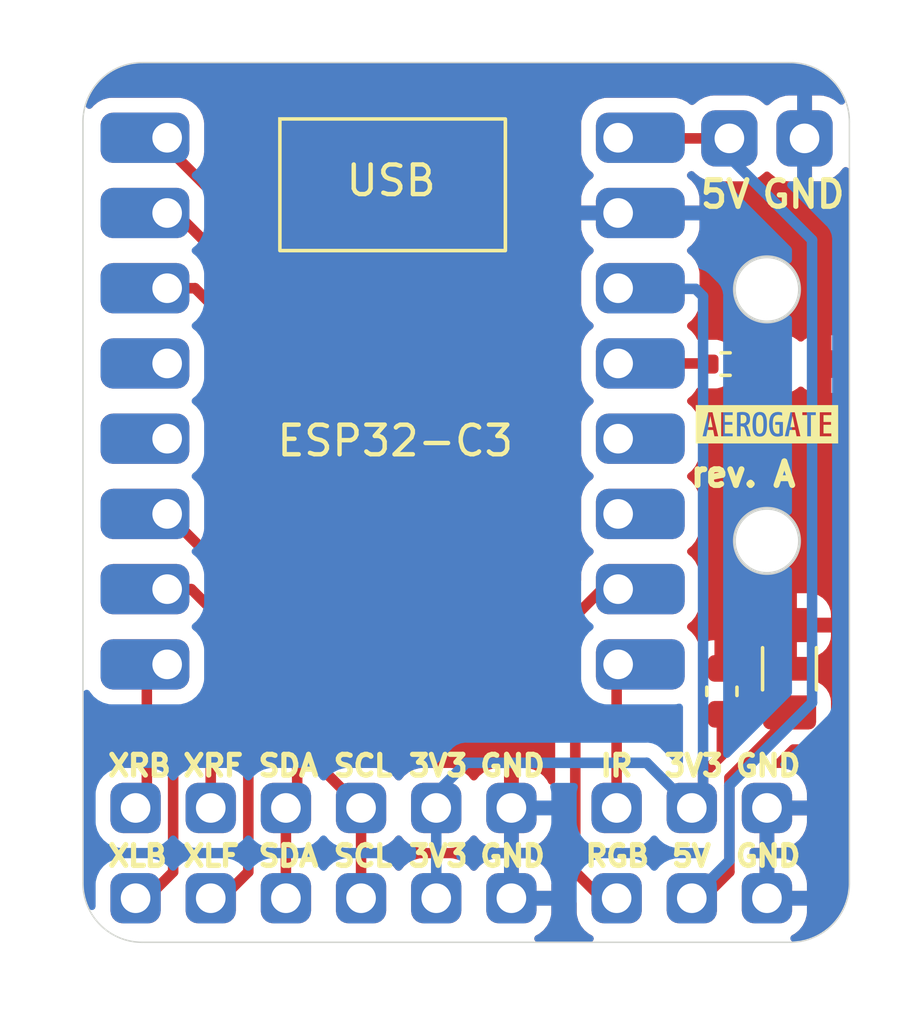
<source format=kicad_pcb>
(kicad_pcb (version 20221018) (generator pcbnew)
  (layers (0 "F.Cu" signal) (31 "B.Cu" signal) (34 "B.Paste" user) (35 "F.Paste" user) (36 "B.SilkS" user "B.Silkscreen") (37 "F.SilkS" user "F.Silkscreen") (38 "B.Mask" user) (39 "F.Mask" user) (44 "Edge.Cuts" user))
  (net 0 "")
  (net 1 "+3.3V")
  (net 2 "GND")
  (net 3 "+5V")
  (net 4 "Net-(D1-A)")
  (net 5 "LED_STATUS")
  (net 10 "IR_DATA")
  (net 11 "RGB_LED")
  (net 12 "LIDAR_RIGHT_BACK_XSHUT")
  (net 13 "LIDAR_RIGHT_FRONT_XSHUT")
  (net 14 "SDA")
  (net 15 "SCL")
  (net 16 "LIDAR_LEFT_BACK_XSHUT")
  (net 17 "LIDAR_LEFT_FRONT_XSHUT")
  (footprint "kibuzzard-65C12A54" (layer "F.Cu") (at 168.402 91.948)
    (fp_text reference "kibuzzard-65C12A54" hide)
    (fp_text value "G***" hide)
    (fp_poly (pts (xy -1.989693 0.09779) (xy -1.837452 0.09779) (xy -1.913017 -0.283369) (xy -1.914128 -0.283369) (xy -1.989693 0.09779)) (fill solid) (layer "F.SilkS"))
    (fp_poly (pts (xy 0.788432 0.09779) (xy 0.940673 0.09779) (xy 0.865108 -0.283369) (xy 0.863997 -0.283369) (xy 0.788432 0.09779)) (fill solid) (layer "F.SilkS"))
    (fp_poly (pts (xy -0.889556 -0.027781) (xy -0.846217 -0.027781) (xy -0.773986 -0.036116) (xy -0.726202 -0.061119) (xy -0.699532 -0.106124) (xy -0.690642 -0.174466) (xy -0.698976 -0.239891) (xy -0.723979 -0.285036) (xy -0.765929 -0.311289) (xy -0.825103 -0.32004) (xy -0.889556 -0.31115) (xy -0.889556 -0.027781)) (fill solid) (layer "F.SilkS"))
    (fp_poly (pts (xy -0.147241 -0.251698) (xy -0.186412 -0.302955) (xy -0.243919 -0.32004) (xy -0.301427 -0.302955) (xy -0.340598 -0.251698) (xy -0.357267 -0.193357) (xy -0.367268 -0.109458) (xy -0.370602 0) (xy -0.367268 0.109458) (xy -0.357267 0.193357) (xy -0.340598 0.251698) (xy -0.301427 0.302955) (xy -0.243919 0.32004) (xy -0.186412 0.302955) (xy -0.147241 0.251698) (xy -0.130572 0.193357) (xy -0.120571 0.109458) (xy -0.117237 0) (xy -0.120571 -0.109458) (xy -0.130572 -0.193357) (xy -0.147241 -0.251698)) (fill solid) (layer "F.SilkS"))
    (fp_poly (pts (xy -2.175272 -0.648229) (xy -2.406782 -0.648229) (xy -2.406782 0.648229) (xy -2.175272 0.648229) (xy -2.175272 0.405606) (xy -1.984137 -0.405606) (xy -1.839674 -0.405606) (xy -1.647428 0.405606) (xy -1.776333 0.405606) (xy -1.818561 0.192246) (xy -2.008584 0.192246) (xy -2.050812 0.405606) (xy -2.175272 0.405606) (xy -2.175272 0.648229) (xy -1.158478 0.648229) (xy -1.158478 0.405606) (xy -1.547416 0.405606) (xy -1.547416 -0.405606) (xy -1.158478 -0.405606) (xy -1.158478 -0.308927) (xy -1.422956 -0.308927) (xy -1.422956 -0.077787) (xy -1.169591 -0.077787) (xy -1.169591 0.016669) (xy -1.422956 0.016669) (xy -1.422956 0.308928) (xy -1.158478 0.308928) (xy -1.158478 0.405606) (xy -1.158478 0.648229) (xy -0.547291 0.648229) (xy -0.547291 0.405606) (xy -0.675084 0.405606) (xy -0.739537 0.172244) (xy -0.757734 0.121821) (xy -0.778986 0.090567) (xy -0.846217 0.068898) (xy -0.889556 0.068898) (xy -0.889556 0.405606) (xy -1.014016 0.405606) (xy -1.014016 -0.394494) (xy -0.952033 -0.406841) (xy -0.889062 -0.414249) (xy -0.825103 -0.416719) (xy -0.744784 -0.410236) (xy -0.680147 -0.39079) (xy -0.63119 -0.358378) (xy -0.596926 -0.312014) (xy -0.576368 -0.25071) (xy -0.569516 -0.174466) (xy -0.577294 -0.101818) (xy -0.600631 -0.042783) (xy -0.639524 0.002639) (xy -0.693976 0.034449) (xy -0.693976 0.036671) (xy -0.651748 0.091678) (xy -0.616188 0.178911) (xy -0.547291 0.405606) (xy -0.547291 0.648229) (xy -0.243919 0.648229) (xy -0.243919 0.416719) (xy -0.321151 0.407273) (xy -0.381714 0.378936) (xy -0.427692 0.327541) (xy -0.461169 0.24892) (xy -0.476294 0.180269) (xy -0.485369 0.097296) (xy -0.488394 0) (xy -0.485369 -0.097296) (xy -0.476294 -0.180269) (xy -0.461169 -0.24892) (xy -0.427692 -0.327541) (xy -0.381714 -0.378936) (xy -0.321151 -0.407273) (xy -0.243919 -0.416719) (xy -0.166688 -0.407273) (xy -0.106124 -0.378936) (xy -0.060146 -0.327541) (xy -0.02667 -0.24892) (xy -0.011545 -0.180269) (xy -0.002469 -0.097296) (xy 0.000556 0) (xy -0.002469 0.097296) (xy -0.011545 0.180269) (xy -0.02667 0.24892) (xy -0.060146 0.327541) (xy -0.106124 0.378936) (xy -0.166688 0.407273) (xy -0.243919 0.416719) (xy -0.243919 0.648229) (xy 0.350599 0.648229) (xy 0.350599 0.416719) (xy 0.285487 0.410121) (xy 0.229056 0.390327) (xy 0.181307 0.357336) (xy 0.14224 0.31115) (xy 0.111854 0.251768) (xy 0.09015 0.179189) (xy 0.077128 0.093414) (xy 0.072787 -0.005556) (xy 0.077475 -0.105083) (xy 0.091539 -0.190302) (xy 0.11498 -0.261213) (xy 0.147796 -0.317818) (xy 0.206137 -0.372763) (xy 0.281146 -0.40573) (xy 0.372824 -0.416719) (xy 0.443667 -0.410607) (xy 0.511731 -0.392271) (xy 0.511731 -0.292259) (xy 0.440888 -0.312261) (xy 0.372824 -0.318929) (xy 0.293648 -0.301288) (xy 0.238363 -0.248364) (xy 0.214286 -0.190024) (xy 0.19984 -0.109088) (xy 0.195024 -0.005556) (xy 0.199593 0.100383) (xy 0.213298 0.184097) (xy 0.236141 0.245586) (xy 0.286147 0.30226) (xy 0.353933 0.321151) (xy 0.420608 0.307816) (xy 0.420608 0.016669) (xy 0.280591 0.016669) (xy 0.280591 -0.077787) (xy 0.539512 -0.077787) (xy 0.539512 0.377825) (xy 0.479998 0.399433) (xy 0.417027 0.412397) (xy 0.350599 0.416719) (xy 0.350599 0.648229) (xy 0.602853 0.648229) (xy 0.602853 0.405606) (xy 0.793988 -0.405606) (xy 0.938451 -0.405606) (xy 1.130697 0.405606) (xy 1.001792 0.405606) (xy 0.959564 0.192246) (xy 0.769541 0.192246) (xy 0.727313 0.405606) (xy 0.602853 0.405606) (xy 0.602853 0.648229) (xy 1.485186 0.648229) (xy 1.485186 0.405606) (xy 1.360726 0.405606) (xy 1.360726 -0.308927) (xy 1.195149 -0.308927) (xy 1.195149 -0.405606) (xy 1.650762 -0.405606) (xy 1.650762 -0.308927) (xy 1.485186 -0.308927) (xy 1.485186 0.405606) (xy 1.485186 0.648229) (xy 2.175272 0.648229) (xy 2.175272 0.405606) (xy 1.786334 0.405606) (xy 1.786334 -0.405606) (xy 2.175272 -0.405606) (xy 2.175272 -0.308927) (xy 1.910794 -0.308927) (xy 1.910794 -0.077787) (xy 2.164159 -0.077787) (xy 2.164159 0.016669) (xy 1.910794 0.016669) (xy 1.910794 0.308928) (xy 2.175272 0.308928) (xy 2.175272 0.405606) (xy 2.175272 0.648229) (xy 2.406782 0.648229) (xy 2.406782 -0.648229) (xy 2.175272 -0.648229) (xy -2.175272 -0.648229)) (fill solid) (layer "F.SilkS"))
  )
  (footprint "Resistor_SMD:R_0402_1005Metric" (layer "F.Cu") (at 167.005 89.916)
    (fp_text reference "R1" hide)
    (fp_text value "R_Small")
    (fp_line (start -0.153641 -0.38) (end 0.153641 -0.38) (stroke (width 0.12)) (layer "F.SilkS"))
    (fp_line (start -0.153641 0.38) (end 0.153641 0.38) (stroke (width 0.12)) (layer "F.SilkS"))
    (pad "1" smd roundrect (at -0.51 0) (size 0.54 0.64) (layers "F.Cu" "F.Paste" "F.Mask") (net 5 "LED_STATUS"))
    (pad "2" smd roundrect (at 0.51 0) (size 0.54 0.64) (layers "F.Cu" "F.Paste" "F.Mask") (net 4 "Net-(D1-A)"))
  )
  (footprint "LED_SMD:LED_0603_1608Metric" (layer "F.Cu") (at 169.545 89.916 180)
    (fp_text reference "D1" hide)
    (fp_text value "LED_Small" hide)
    (pad "1" smd roundrect (at -0.7875 0 180) (size 0.875 0.95) (layers "F.Cu" "F.Paste" "F.Mask") (net 2 "GND"))
    (pad "2" smd roundrect (at 0.7875 0 180) (size 0.875 0.95) (layers "F.Cu" "F.Paste" "F.Mask") (net 4 "Net-(D1-A)"))
  )
  (footprint "Capacitor_SMD:C_0603_1608Metric" (layer "F.Cu") (at 166.878 100.965 90)
    (fp_text reference "C1" hide)
    (fp_text value "10u")
    (fp_line (start -0.14058 -0.51) (end 0.14058 -0.51) (stroke (width 0.12)) (layer "F.SilkS"))
    (fp_line (start -0.14058 0.51) (end 0.14058 0.51) (stroke (width 0.12)) (layer "F.SilkS"))
    (pad "1" smd roundrect (at -0.775 0 90) (size 0.9 0.95) (layers "F.Cu" "F.Paste" "F.Mask") (net 1 "+3.3V"))
    (pad "2" smd roundrect (at 0.775 0 90) (size 0.9 0.95) (layers "F.Cu" "F.Paste" "F.Mask") (net 2 "GND"))
  )
  (footprint "Connector_PinSocket_2.54mm:PinSocket_1x02_P2.54mm_Vertical" (layer "F.Cu") (at 167.132 82.296 90)
    (fp_text reference "J6" hide)
    (fp_text value "Conn_01x02")
    (pad "1" thru_hole roundrect (at 0 0 90) (size 1.9 1.9) (drill 1) (layers "*.Cu" "*.Mask") (net 3 "+5V"))
    (pad "2" thru_hole roundrect (at 0 2.54 90) (size 1.9 1.9) (drill 1) (layers "*.Cu" "*.Mask") (net 2 "GND"))
  )
  (footprint "Connector_PinSocket_2.54mm:PinSocket_1x06_P2.54mm_Vertical" (layer "F.Cu") (at 147.066 107.95 90)
    (fp_text reference "J4" hide)
    (fp_text value "LIDAR_LEFT")
    (pad "1" thru_hole roundrect (at 0 0 90) (size 1.7 1.7) (drill 1) (layers "*.Cu" "*.Mask") (net 16 "LIDAR_LEFT_BACK_XSHUT"))
    (pad "2" thru_hole roundrect (at 0 2.54 90) (size 1.7 1.7) (drill 1) (layers "*.Cu" "*.Mask") (net 17 "LIDAR_LEFT_FRONT_XSHUT"))
    (pad "3" thru_hole roundrect (at 0 5.08 90) (size 1.7 1.7) (drill 1) (layers "*.Cu" "*.Mask") (net 14 "SDA"))
    (pad "4" thru_hole roundrect (at 0 7.62 90) (size 1.7 1.7) (drill 1) (layers "*.Cu" "*.Mask") (net 15 "SCL"))
    (pad "5" thru_hole roundrect (at 0 10.16 90) (size 1.7 1.7) (drill 1) (layers "*.Cu" "*.Mask") (net 1 "+3.3V"))
    (pad "6" thru_hole roundrect (at 0 12.7 90) (size 1.7 1.7) (drill 1) (layers "*.Cu" "*.Mask") (net 2 "GND"))
  )
  (footprint "Capacitor_SMD:C_1206_3216Metric" (layer "F.Cu") (at 169.164 100.203 90)
    (fp_text reference "C2" hide)
    (fp_text value "47u")
    (fp_line (start -0.711252 -0.91) (end 0.711252 -0.91) (stroke (width 0.12)) (layer "F.SilkS"))
    (fp_line (start -0.711252 0.91) (end 0.711252 0.91) (stroke (width 0.12)) (layer "F.SilkS"))
    (pad "1" smd roundrect (at -1.475 0 90) (size 1.15 1.8) (layers "F.Cu" "F.Paste" "F.Mask") (roundrect_rratio 0.2173913043) (net 3 "+5V"))
    (pad "2" smd roundrect (at 1.475 0 90) (size 1.15 1.8) (layers "F.Cu" "F.Paste" "F.Mask") (roundrect_rratio 0.2173913043) (net 2 "GND"))
  )
  (footprint "Custom3:ESP32-C3-Dev_Module" (layer "F.Cu") (at 155.7528 82.2744)
    (fp_text reference "U2" hide)
    (fp_text value "~")
    (fp_text user "USB" (at -1.651 2.032 unlocked) (layer "F.SilkS") (effects (justify left bottom)))
    (fp_rect (start -3.81 -0.635) (end 3.81 3.81) (stroke (width 0.12)) (fill none) (layer "F.SilkS"))
    (pad "1" thru_hole roundrect (at -7.62 0) (size 3 1.7) (drill 1 (offset -0.75 0)) (layers "*.Cu" "*.Mask") (net 15 "SCL"))
    (pad "2" thru_hole roundrect (at -7.62 2.54) (size 3 1.7) (drill 1 (offset -0.75 0)) (layers "*.Cu" "*.Mask") (net 14 "SDA"))
    (pad "3" thru_hole roundrect (at -7.62 5.08) (size 3 1.7) (drill 1 (offset -0.75 0)) (layers "*.Cu" "*.Mask") (net 17 "LIDAR_LEFT_FRONT_XSHUT"))
    (pad "4" thru_hole roundrect (at -7.62 7.62) (size 3 1.7) (drill 1 (offset -0.75 0)) (layers "*.Cu" "*.Mask"))
    (pad "5" thru_hole roundrect (at -7.62 10.16) (size 3 1.7) (drill 1 (offset -0.75 0)) (layers "*.Cu" "*.Mask"))
    (pad "6" thru_hole roundrect (at -7.62 12.7) (size 3 1.7) (drill 1 (offset -0.75 0)) (layers "*.Cu" "*.Mask") (net 13 "LIDAR_RIGHT_FRONT_XSHUT"))
    (pad "7" thru_hole roundrect (at -7.62 15.24) (size 3 1.7) (drill 1 (offset -0.75 0)) (layers "*.Cu" "*.Mask") (net 16 "LIDAR_LEFT_BACK_XSHUT"))
    (pad "8" thru_hole roundrect (at -7.62 17.78) (size 3 1.7) (drill 1 (offset -0.75 0)) (layers "*.Cu" "*.Mask") (net 12 "LIDAR_RIGHT_BACK_XSHUT"))
    (pad "9" thru_hole roundrect (at 7.62 0) (size 3 1.7) (drill 1 (offset 0.75 0)) (layers "*.Cu" "*.Mask") (net 3 "+5V"))
    (pad "10" thru_hole roundrect (at 7.62 2.54) (size 3 1.7) (drill 1 (offset 0.75 0)) (layers "*.Cu" "*.Mask") (net 2 "GND"))
    (pad "11" thru_hole roundrect (at 7.62 5.08) (size 3 1.7) (drill 1 (offset 0.75 0)) (layers "*.Cu" "*.Mask") (net 1 "+3.3V"))
    (pad "12" thru_hole roundrect (at 7.62 7.62) (size 3 1.7) (drill 1 (offset 0.75 0)) (layers "*.Cu" "*.Mask") (net 5 "LED_STATUS"))
    (pad "13" thru_hole roundrect (at 7.62 10.16) (size 3 1.7) (drill 1 (offset 0.75 0)) (layers "*.Cu" "*.Mask"))
    (pad "14" thru_hole roundrect (at 7.62 12.7) (size 3 1.7) (drill 1 (offset 0.75 0)) (layers "*.Cu" "*.Mask"))
    (pad "15" thru_hole roundrect (at 7.62 15.24) (size 3 1.7) (drill 1 (offset 0.75 0)) (layers "*.Cu" "*.Mask") (net 11 "RGB_LED"))
    (pad "16" thru_hole roundrect (at 7.62 17.78) (size 3 1.7) (drill 1 (offset 0.75 0)) (layers "*.Cu" "*.Mask") (net 10 "IR_DATA"))
  )
  (footprint "Connector_PinSocket_2.54mm:PinSocket_1x03_P2.54mm_Vertical" (layer "F.Cu") (at 163.322 107.95 90)
    (fp_text reference "J2" hide)
    (fp_text value "RGB LED")
    (pad "1" thru_hole roundrect (at 0 0 90) (size 1.7 1.7) (drill 1) (layers "*.Cu" "*.Mask") (net 11 "RGB_LED"))
    (pad "2" thru_hole roundrect (at 0 2.54 90) (size 1.7 1.7) (drill 1) (layers "*.Cu" "*.Mask") (net 3 "+5V"))
    (pad "3" thru_hole roundrect (at 0 5.08 90) (size 1.7 1.7) (drill 1) (layers "*.Cu" "*.Mask") (net 2 "GND"))
  )
  (footprint "Connector_PinSocket_2.54mm:PinSocket_1x03_P2.54mm_Vertical" (layer "F.Cu") (at 163.322 104.902 90)
    (fp_text reference "J1" hide)
    (fp_text value "IR Receiver")
    (pad "1" thru_hole roundrect (at 0 0 90) (size 1.7 1.7) (drill 1) (layers "*.Cu" "*.Mask") (net 10 "IR_DATA"))
    (pad "2" thru_hole roundrect (at 0 2.54 90) (size 1.7 1.7) (drill 1) (layers "*.Cu" "*.Mask") (net 1 "+3.3V"))
    (pad "3" thru_hole roundrect (at 0 5.08 90) (size 1.7 1.7) (drill 1) (layers "*.Cu" "*.Mask") (net 2 "GND"))
  )
  (footprint "Connector_PinSocket_2.54mm:PinSocket_1x06_P2.54mm_Vertical" (layer "F.Cu") (at 147.066 104.902 90)
    (fp_text reference "J3" hide)
    (fp_text value "LIDAR_RIGHT")
    (pad "1" thru_hole roundrect (at 0 0 90) (size 1.7 1.7) (drill 1) (layers "*.Cu" "*.Mask") (net 12 "LIDAR_RIGHT_BACK_XSHUT"))
    (pad "2" thru_hole roundrect (at 0 2.54 90) (size 1.7 1.7) (drill 1) (layers "*.Cu" "*.Mask") (net 13 "LIDAR_RIGHT_FRONT_XSHUT"))
    (pad "3" thru_hole roundrect (at 0 5.08 90) (size 1.7 1.7) (drill 1) (layers "*.Cu" "*.Mask") (net 14 "SDA"))
    (pad "4" thru_hole roundrect (at 0 7.62 90) (size 1.7 1.7) (drill 1) (layers "*.Cu" "*.Mask") (net 15 "SCL"))
    (pad "5" thru_hole roundrect (at 0 10.16 90) (size 1.7 1.7) (drill 1) (layers "*.Cu" "*.Mask") (net 1 "+3.3V"))
    (pad "6" thru_hole roundrect (at 0 12.7 90) (size 1.7 1.7) (drill 1) (layers "*.Cu" "*.Mask") (net 2 "GND"))
  )
  (gr_line (start 169.188 79.7372) (end 147.288 79.7372) (stroke (width 0.05)) (layer "Edge.Cuts"))
  (gr_arc (start 145.288 81.7372) (mid 145.873786 80.322986) (end 147.288 79.7372) (stroke (width 0.05)) (layer "Edge.Cuts"))
  (gr_circle (center 168.402 95.885) (end 169.502 95.885) (stroke (width 0.1)) (fill none) (layer "Edge.Cuts"))
  (gr_arc (start 171.188 107.4372) (mid 170.602214 108.851414) (end 169.188 109.4372) (stroke (width 0.05)) (layer "Edge.Cuts"))
  (gr_line (start 171.188 107.4372) (end 171.188 81.7372) (stroke (width 0.05)) (layer "Edge.Cuts"))
  (gr_line (start 147.288 109.4372) (end 169.188 109.4372) (stroke (width 0.05)) (layer "Edge.Cuts"))
  (gr_circle (center 168.402 87.3936) (end 169.502 87.3936) (stroke (width 0.1)) (fill none) (layer "Edge.Cuts"))
  (gr_arc (start 147.288 109.4372) (mid 145.873786 108.851414) (end 145.288 107.4372) (stroke (width 0.05)) (layer "Edge.Cuts"))
  (gr_line (start 145.288 81.7372) (end 145.288 107.4372) (stroke (width 0.05)) (layer "Edge.Cuts"))
  (gr_arc (start 169.188 79.7372) (mid 170.602214 80.322986) (end 171.188 81.7372) (stroke (width 0.05)) (layer "Edge.Cuts"))
  (gr_text "GND" (at 167.259 106.934) (layer "F.SilkS") (effects (font (size 0.7 0.7) (thickness 0.175) bold) (justify left bottom)))
  (gr_text "XRB" (at 146.05 103.886) (layer "F.SilkS") (effects (font (size 0.7 0.7) (thickness 0.175) bold) (justify left bottom)))
  (gr_text "IR" (at 162.687 103.886) (layer "F.SilkS") (effects (font (size 0.7 0.7) (thickness 0.175) bold) (justify left bottom)))
  (gr_text "SCL" (at 153.67 103.886) (layer "F.SilkS") (effects (font (size 0.7 0.7) (thickness 0.175) bold) (justify left bottom)))
  (gr_text "3V3" (at 156.21 103.886) (layer "F.SilkS") (effects (font (size 0.7 0.7) (thickness 0.175) bold) (justify left bottom)))
  (gr_text "RGB" (at 162.179 106.934) (layer "F.SilkS") (effects (font (size 0.7 0.7) (thickness 0.175) bold) (justify left bottom)))
  (gr_text "XRF" (at 148.59 103.886) (layer "F.SilkS") (effects (font (size 0.7 0.7) (thickness 0.175) bold) (justify left bottom)))
  (gr_text "GND" (at 158.623 106.934) (layer "F.SilkS") (effects (font (size 0.7 0.7) (thickness 0.175) bold) (justify left bottom)))
  (gr_text "SDA" (at 151.13 106.934) (layer "F.SilkS") (effects (font (size 0.7 0.7) (thickness 0.175) bold) (justify left bottom)))
  (gr_text "XLB" (at 146.05 106.934) (layer "F.SilkS") (effects (font (size 0.7 0.7) (thickness 0.175) bold) (justify left bottom)))
  (gr_text "XLF" (at 148.59 106.934) (layer "F.SilkS") (effects (font (size 0.7 0.7) (thickness 0.175) bold) (justify left bottom)))
  (gr_text "GND" (at 158.623 103.886) (layer "F.SilkS") (effects (font (size 0.7 0.7) (thickness 0.175) bold) (justify left bottom)))
  (gr_text "rev. A" (at 165.735 94.107) (layer "F.SilkS") (effects (font (size 0.8 0.8) (thickness 0.2) bold) (justify left bottom)))
  (gr_text "3V3" (at 156.21 106.934) (layer "F.SilkS") (effects (font (size 0.7 0.7) (thickness 0.175) bold) (justify left bottom)))
  (gr_text "5V" (at 166.0652 84.709) (layer "F.SilkS") (effects (font (size 0.9 0.9) (thickness 0.175) bold) (justify left bottom)))
  (gr_text "SDA" (at 151.13 103.886) (layer "F.SilkS") (effects (font (size 0.7 0.7) (thickness 0.175) bold) (justify left bottom)))
  (gr_text "SCL" (at 153.67 106.934) (layer "F.SilkS") (effects (font (size 0.7 0.7) (thickness 0.175) bold) (justify left bottom)))
  (gr_text "GND" (at 168.148 84.709) (layer "F.SilkS") (effects (font (size 0.9 0.9) (thickness 0.175) bold) (justify left bottom)))
  (gr_text "5V" (at 165.1 106.934) (layer "F.SilkS") (effects (font (size 0.7 0.7) (thickness 0.175) bold) (justify left bottom)))
  (gr_text "GND" (at 167.259 103.886) (layer "F.SilkS") (effects (font (size 0.7 0.7) (thickness 0.175) bold) (justify left bottom)))
  (gr_text "ESP32-C3" (at 151.765 93.091) (layer "F.SilkS") (effects (font (size 1 1)) (justify left bottom)))
  (gr_text "3V3" (at 164.846 103.886) (layer "F.SilkS") (effects (font (size 0.7 0.7) (thickness 0.175) bold) (justify left bottom)))
  (segment (start 163.3512 87.376) (end 163.3728 87.3544) (width 0.3556) (layer "F.Cu") (net 1))
  (segment (start 166.243 103.759) (end 166.878 103.124) (width 0.3556) (layer "F.Cu") (net 1))
  (segment (start 165.862 104.902) (end 166.243 104.521) (width 0.3556) (layer "F.Cu") (net 1))
  (segment (start 166.243 104.521) (end 166.243 103.759) (width 0.3556) (layer "F.Cu") (net 1))
  (segment (start 166.878 103.124) (end 166.878 101.74) (width 0.3556) (layer "F.Cu") (net 1))
  (segment (start 166.243 104.521) (end 165.862 104.902) (width 0.3556) (layer "B.Cu") (net 1))
  (segment (start 165.989 87.376) (end 166.243 87.63) (width 0.3556) (layer "B.Cu") (net 1))
  (segment (start 157.226 104.902) (end 157.226 107.95) (width 0.3556) (layer "B.Cu") (net 1))
  (segment (start 163.3728 87.3544) (end 163.3944 87.376) (width 0.3556) (layer "B.Cu") (net 1))
  (segment (start 158.242 103.378) (end 157.226 104.394) (width 0.3556) (layer "B.Cu") (net 1))
  (segment (start 157.226 104.394) (end 157.226 104.902) (width 0.3556) (layer "B.Cu") (net 1))
  (segment (start 165.862 104.902) (end 164.338 103.378) (width 0.3556) (layer "B.Cu") (net 1))
  (segment (start 163.3944 87.376) (end 165.989 87.376) (width 0.3556) (layer "B.Cu") (net 1))
  (segment (start 166.243 87.63) (end 166.243 104.521) (width 0.3556) (layer "B.Cu") (net 1))
  (segment (start 164.338 103.378) (end 158.242 103.378) (width 0.3556) (layer "B.Cu") (net 1))
  (segment (start 161.417 107.95) (end 161.544 108.077) (width 0.3556) (layer "F.Cu") (net 2))
  (segment (start 159.766 107.95) (end 159.766 106.553) (width 0.3556) (layer "F.Cu") (net 2))
  (segment (start 163.3728 84.8144) (end 161.8196 84.8144) (width 0.3556) (layer "F.Cu") (net 2))
  (segment (start 161.8196 84.8144) (end 161.798 84.836) (width 0.3556) (layer "F.Cu") (net 2))
  (segment (start 166.243 107.95) (end 165.862 107.95) (width 0.3556) (layer "F.Cu") (net 3))
  (segment (start 167.132 107.061) (end 166.243 107.95) (width 0.3556) (layer "F.Cu") (net 3))
  (segment (start 167.132 103.886) (end 167.132 107.061) (width 0.3556) (layer "F.Cu") (net 3))
  (segment (start 169.164 101.854) (end 167.132 103.886) (width 0.3556) (layer "F.Cu") (net 3))
  (segment (start 163.3944 82.296) (end 163.3728 82.2744) (width 0.3556) (layer "F.Cu") (net 3))
  (segment (start 167.132 82.296) (end 163.3944 82.296) (width 0.3556) (layer "F.Cu") (net 3))
  (segment (start 169.164 101.678) (end 169.164 101.854) (width 0.3556) (layer "F.Cu") (net 3))
  (segment (start 167.132 106.68) (end 165.862 107.95) (width 0.3556) (layer "B.Cu") (net 3))
  (segment (start 167.132 82.296) (end 167.132 82.931) (width 0.3556) (layer "B.Cu") (net 3))
  (segment (start 169.926 101.346) (end 167.132 104.14) (width 0.3556) (layer "B.Cu") (net 3))
  (segment (start 167.132 104.14) (end 167.132 106.68) (width 0.3556) (layer "B.Cu") (net 3))
  (segment (start 169.926 85.725) (end 169.926 101.346) (width 0.3556) (layer "B.Cu") (net 3))
  (segment (start 167.132 82.931) (end 169.926 85.725) (width 0.3556) (layer "B.Cu") (net 3))
  (segment (start 167.515 89.916) (end 168.7575 89.916) (width 0.3556) (layer "F.Cu") (net 4))
  (segment (start 166.4734 89.8944) (end 166.495 89.916) (width 0.3556) (layer "F.Cu") (net 5))
  (segment (start 163.3728 89.8944) (end 166.4734 89.8944) (width 0.3556) (layer "F.Cu") (net 5))
  (segment (start 163.322 100.1052) (end 163.3728 100.0544) (width 0.3556) (layer "F.Cu") (net 10))
  (segment (start 163.322 104.902) (end 163.322 100.1052) (width 0.3556) (layer "F.Cu") (net 10))
  (segment (start 162.814 107.95) (end 161.925 107.061) (width 0.3556) (layer "F.Cu") (net 11))
  (segment (start 161.925 98.425) (end 162.8356 97.5144) (width 0.3556) (layer "F.Cu") (net 11))
  (segment (start 162.8356 97.5144) (end 163.3728 97.5144) (width 0.3556) (layer "F.Cu") (net 11))
  (segment (start 161.925 107.061) (end 161.925 98.425) (width 0.3556) (layer "F.Cu") (net 11))
  (segment (start 163.322 107.95) (end 162.814 107.95) (width 0.3556) (layer "F.Cu") (net 11))
  (segment (start 147.066 104.902) (end 147.447 104.521) (width 0.3556) (layer "F.Cu") (net 12))
  (segment (start 147.447 100.7402) (end 148.1328 100.0544) (width 0.3556) (layer "F.Cu") (net 12))
  (segment (start 147.447 104.521) (end 147.447 100.7402) (width 0.3556) (layer "F.Cu") (net 12))
  (segment (start 149.606 102.489) (end 150.622 101.473) (width 0.3556) (layer "F.Cu") (net 13))
  (segment (start 150.622 101.473) (end 150.622 97.4636) (width 0.3556) (layer "F.Cu") (net 13))
  (segment (start 149.606 104.902) (end 149.606 102.489) (width 0.3556) (layer "F.Cu") (net 13))
  (segment (start 150.622 97.4636) (end 148.1328 94.9744) (width 0.3556) (layer "F.Cu") (net 13))
  (segment (start 152.527 88.9) (end 148.4414 84.8144) (width 0.3556) (layer "F.Cu") (net 14))
  (segment (start 152.146 107.95) (end 152.146 104.902) (width 0.3556) (layer "F.Cu") (net 14))
  (segment (start 148.4414 84.8144) (end 148.1328 84.8144) (width 0.3556) (layer "F.Cu") (net 14))
  (segment (start 152.146 104.902) (end 152.527 104.521) (width 0.3556) (layer "F.Cu") (net 14))
  (segment (start 152.527 104.521) (end 152.527 88.9) (width 0.3556) (layer "F.Cu") (net 14))
  (segment (start 148.1328 82.2744) (end 148.1328 82.6008) (width 0.3556) (layer "F.Cu") (net 15))
  (segment (start 153.416 87.884) (end 153.416 103.632) (width 0.3556) (layer "F.Cu") (net 15))
  (segment (start 154.686 107.95) (end 154.686 104.902) (width 0.3556) (layer "F.Cu") (net 15))
  (segment (start 153.416 103.632) (end 154.686 104.902) (width 0.3556) (layer "F.Cu") (net 15))
  (segment (start 148.1328 82.6008) (end 153.416 87.884) (width 0.3556) (layer "F.Cu") (net 15))
  (segment (start 148.336 102.362) (end 149.733 100.965) (width 0.3556) (layer "F.Cu") (net 16))
  (segment (start 148.336 107.061) (end 148.336 102.362) (width 0.3556) (layer "F.Cu") (net 16))
  (segment (start 148.9494 97.5144) (end 148.1328 97.5144) (width 0.3556) (layer "F.Cu") (net 16))
  (segment (start 147.066 107.95) (end 147.447 107.95) (width 0.3556) (layer "F.Cu") (net 16))
  (segment (start 147.447 107.95) (end 148.336 107.061) (width 0.3556) (layer "F.Cu") (net 16))
  (segment (start 149.733 98.298) (end 148.9494 97.5144) (width 0.3556) (layer "F.Cu") (net 16))
  (segment (start 149.733 100.965) (end 149.733 98.298) (width 0.3556) (layer "F.Cu") (net 16))
  (segment (start 150.876 102.5525) (end 151.511 101.9175) (width 0.3556) (layer "F.Cu") (net 17))
  (segment (start 149.606 107.95) (end 149.987 107.95) (width 0.3556) (layer "F.Cu") (net 17))
  (segment (start 151.511 101.9175) (end 151.511 89.789) (width 0.3556) (layer "F.Cu") (net 17))
  (segment (start 151.511 89.789) (end 149.0764 87.3544) (width 0.3556) (layer "F.Cu") (net 17))
  (segment (start 149.0764 87.3544) (end 148.1328 87.3544) (width 0.3556) (layer "F.Cu") (net 17))
  (segment (start 149.987 107.95) (end 150.876 107.061) (width 0.3556) (layer "F.Cu") (net 17))
  (segment (start 150.876 107.061) (end 150.876 102.5525) (width 0.3556) (layer "F.Cu") (net 17))
  (zone (net 2) (net_name "GND") (layers "F&B.Cu") (connect_pads (clearance 0.5)) (min_thickness 0.25) (fill yes (thermal_gap 0.5) (thermal_bridge_width 0.5))
    (polygon (pts (xy 143.764 79.248) (xy 144.526 110.363) (xy 171.704 109.855) (xy 172.085 78.867)))
  )
)
</source>
